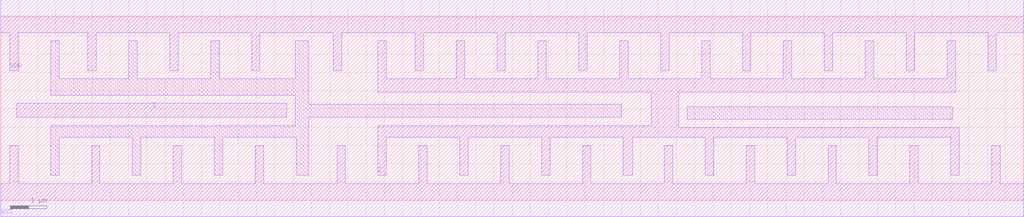
<source format=lef>
# Copyright 2022 GlobalFoundries PDK Authors
#
# Licensed under the Apache License, Version 2.0 (the "License");
# you may not use this file except in compliance with the License.
# You may obtain a copy of the License at
#
#      http://www.apache.org/licenses/LICENSE-2.0
#
# Unless required by applicable law or agreed to in writing, software
# distributed under the License is distributed on an "AS IS" BASIS,
# WITHOUT WARRANTIES OR CONDITIONS OF ANY KIND, either express or implied.
# See the License for the specific language governing permissions and
# limitations under the License.

MACRO gf180mcu_fd_sc_mcu9t5v0__buf_16
  CLASS core ;
  FOREIGN gf180mcu_fd_sc_mcu9t5v0__buf_16 0.0 0.0 ;
  ORIGIN 0 0 ;
  SYMMETRY X Y ;
  SITE GF018hv5v_green_sc9 ;
  SIZE 28 BY 5.04 ;
  PIN I
    DIRECTION INPUT ;
    ANTENNAGATEAREA 13.656 ;
    PORT
      LAYER Metal1 ;
        POLYGON 0.44 2.27 7.83 2.27 7.83 2.65 0.44 2.65  ;
    END
  END I
  PIN Z
    DIRECTION OUTPUT ;
    ANTENNADIFFAREA 14.568 ;
    PORT
      LAYER Metal1 ;
        POLYGON 10.325 2.96 16.98 2.96 17.805 2.96 17.805 2.04 10.325 2.04 10.325 0.68 10.555 0.68 10.555 1.72 12.565 1.72 12.565 0.68 12.795 0.68 12.795 1.72 14.805 1.72 14.805 0.68 15.035 0.68 15.035 1.72 17.045 1.72 17.045 0.68 17.305 0.68 17.305 1.72 19.285 1.72 19.285 0.68 19.515 0.68 19.515 1.72 21.525 1.72 21.525 0.68 21.755 0.68 21.755 1.72 23.765 1.72 23.765 0.68 23.995 0.68 23.995 1.72 26.005 1.72 26.005 0.68 26.235 0.68 26.235 1.985 18.555 1.985 18.555 2.96 26.065 2.96 26.135 2.96 26.135 4.36 26.065 4.36 25.905 4.36 25.905 3.32 23.895 3.32 23.895 4.36 23.665 4.36 23.665 3.32 21.655 3.32 21.655 4.36 21.425 4.36 21.425 3.32 19.415 3.32 19.415 4.36 19.185 4.36 19.185 3.32 17.175 3.32 17.175 4.36 16.98 4.36 16.945 4.36 16.945 3.32 14.935 3.32 14.935 4.36 14.705 4.36 14.705 3.32 12.695 3.32 12.695 4.36 12.465 4.36 12.465 3.32 10.555 3.32 10.555 4.36 10.325 4.36  ;
    END
  END Z
  PIN VDD
    DIRECTION INOUT ;
    USE power ;
    SHAPE ABUTMENT ;
    PORT
      LAYER Metal1 ;
        POLYGON 0 4.59 0.245 4.59 0.245 3.55 0.475 3.55 0.475 4.59 2.385 4.59 2.385 3.55 2.615 3.55 2.615 4.59 4.625 4.59 4.625 3.55 4.855 3.55 4.855 4.59 6.865 4.59 6.865 3.55 7.095 3.55 7.095 4.59 9.105 4.59 9.105 3.55 9.335 3.55 9.335 4.59 11.345 4.59 11.345 3.55 11.575 3.55 11.575 4.59 13.585 4.59 13.585 3.55 13.815 3.55 13.815 4.59 15.825 4.59 15.825 3.55 16.055 3.55 16.055 4.59 16.98 4.59 18.065 4.59 18.065 3.55 18.295 3.55 18.295 4.59 20.305 4.59 20.305 3.55 20.535 3.55 20.535 4.59 22.545 4.59 22.545 3.55 22.775 3.55 22.775 4.59 24.785 4.59 24.785 3.55 25.015 3.55 25.015 4.59 26.065 4.59 27.025 4.59 27.025 3.55 27.255 3.55 27.255 4.59 28 4.59 28 5.49 26.065 5.49 16.98 5.49 0 5.49  ;
    END
  END VDD
  PIN VSS
    DIRECTION INOUT ;
    USE ground ;
    SHAPE ABUTMENT ;
    PORT
      LAYER Metal1 ;
        POLYGON 0 -0.45 28 -0.45 28 0.45 27.355 0.45 27.355 1.49 27.125 1.49 27.125 0.45 25.115 0.45 25.115 1.49 24.885 1.49 24.885 0.45 22.875 0.45 22.875 1.49 22.645 1.49 22.645 0.45 20.635 0.45 20.635 1.49 20.405 1.49 20.405 0.45 18.395 0.45 18.395 1.49 18.165 1.49 18.165 0.45 16.155 0.45 16.155 1.49 15.925 1.49 15.925 0.45 13.915 0.45 13.915 1.49 13.685 1.49 13.685 0.45 11.675 0.45 11.675 1.49 11.445 1.49 11.445 0.45 9.435 0.45 9.435 1.49 9.205 1.49 9.205 0.45 7.195 0.45 7.195 1.49 6.965 1.49 6.965 0.45 4.955 0.45 4.955 1.49 4.725 1.49 4.725 0.45 2.715 0.45 2.715 1.49 2.485 1.49 2.485 0.45 0.475 0.45 0.475 1.49 0.245 1.49 0.245 0.45 0 0.45  ;
    END
  END VSS
  OBS
      LAYER Metal1 ;
        POLYGON 1.365 2.88 8.06 2.88 8.06 2.04 1.365 2.04 1.365 0.68 1.595 0.68 1.595 1.72 3.605 1.72 3.605 0.68 3.835 0.68 3.835 1.72 5.845 1.72 5.845 0.68 6.075 0.68 6.075 1.72 8.085 1.72 8.085 0.68 8.425 0.68 8.425 2.27 16.98 2.27 16.98 2.63 8.425 2.63 8.425 4.36 8.06 4.36 8.06 3.32 5.975 3.32 5.975 4.36 5.745 4.36 5.745 3.32 3.735 3.32 3.735 4.36 3.505 4.36 3.505 3.32 1.595 3.32 1.595 4.36 1.365 4.36  ;
        POLYGON 18.785 2.215 26.065 2.215 26.065 2.555 18.785 2.555  ;
  END
END gf180mcu_fd_sc_mcu9t5v0__buf_16

</source>
